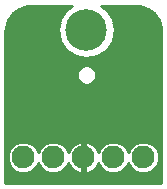
<source format=gbl>
G75*
%MOIN*%
%OFA0B0*%
%FSLAX25Y25*%
%IPPOS*%
%LPD*%
%AMOC8*
5,1,8,0,0,1.08239X$1,22.5*
%
%ADD10C,0.07600*%
%ADD11C,0.13843*%
%ADD12C,0.01000*%
D10*
X0009302Y0011500D03*
X0019302Y0011500D03*
X0029302Y0011500D03*
X0039302Y0011500D03*
X0049302Y0011500D03*
D11*
X0030302Y0054000D03*
D12*
X0003302Y0053500D02*
X0003302Y0003000D01*
X0055302Y0003000D01*
X0055302Y0053500D01*
X0055197Y0054830D01*
X0054376Y0057359D01*
X0052812Y0059510D01*
X0050661Y0061074D01*
X0048132Y0061895D01*
X0046802Y0062000D01*
X0034989Y0062000D01*
X0036975Y0060673D01*
X0039021Y0057611D01*
X0039739Y0054000D01*
X0039021Y0050389D01*
X0036975Y0047327D01*
X0033913Y0045281D01*
X0030302Y0044563D01*
X0026691Y0045281D01*
X0023629Y0047327D01*
X0021583Y0050389D01*
X0020865Y0054000D01*
X0021583Y0057611D01*
X0023629Y0060673D01*
X0025615Y0062000D01*
X0011802Y0062000D01*
X0010472Y0061895D01*
X0007943Y0061074D01*
X0005792Y0059510D01*
X0004228Y0057359D01*
X0003407Y0054830D01*
X0003302Y0053500D01*
X0003302Y0053423D02*
X0020980Y0053423D01*
X0020949Y0054421D02*
X0003374Y0054421D01*
X0003598Y0055420D02*
X0021147Y0055420D01*
X0021346Y0056418D02*
X0003923Y0056418D01*
X0004270Y0057417D02*
X0021545Y0057417D01*
X0022120Y0058415D02*
X0004996Y0058415D01*
X0005721Y0059414D02*
X0022788Y0059414D01*
X0023455Y0060412D02*
X0007033Y0060412D01*
X0008981Y0061411D02*
X0024733Y0061411D01*
X0021178Y0052424D02*
X0003302Y0052424D01*
X0003302Y0051426D02*
X0021377Y0051426D01*
X0021576Y0050427D02*
X0003302Y0050427D01*
X0003302Y0049429D02*
X0022225Y0049429D01*
X0022892Y0048430D02*
X0003302Y0048430D01*
X0003302Y0047432D02*
X0023559Y0047432D01*
X0024967Y0046433D02*
X0003302Y0046433D01*
X0003302Y0045434D02*
X0026461Y0045434D01*
X0028505Y0041690D02*
X0029671Y0042173D01*
X0030933Y0042173D01*
X0032099Y0041690D01*
X0032992Y0040797D01*
X0033475Y0039631D01*
X0033475Y0038369D01*
X0032992Y0037203D01*
X0032099Y0036310D01*
X0030933Y0035827D01*
X0029671Y0035827D01*
X0028505Y0036310D01*
X0027612Y0037203D01*
X0027129Y0038369D01*
X0027129Y0039631D01*
X0027612Y0040797D01*
X0028505Y0041690D01*
X0028255Y0041440D02*
X0003302Y0041440D01*
X0003302Y0042439D02*
X0055302Y0042439D01*
X0055302Y0041440D02*
X0032349Y0041440D01*
X0033139Y0040442D02*
X0055302Y0040442D01*
X0055302Y0039443D02*
X0033475Y0039443D01*
X0033475Y0038445D02*
X0055302Y0038445D01*
X0055302Y0037446D02*
X0033093Y0037446D01*
X0032237Y0036448D02*
X0055302Y0036448D01*
X0055302Y0035449D02*
X0003302Y0035449D01*
X0003302Y0034451D02*
X0055302Y0034451D01*
X0055302Y0033452D02*
X0003302Y0033452D01*
X0003302Y0032454D02*
X0055302Y0032454D01*
X0055302Y0031455D02*
X0003302Y0031455D01*
X0003302Y0030457D02*
X0055302Y0030457D01*
X0055302Y0029458D02*
X0003302Y0029458D01*
X0003302Y0028460D02*
X0055302Y0028460D01*
X0055302Y0027461D02*
X0003302Y0027461D01*
X0003302Y0026463D02*
X0055302Y0026463D01*
X0055302Y0025464D02*
X0003302Y0025464D01*
X0003302Y0024466D02*
X0055302Y0024466D01*
X0055302Y0023467D02*
X0003302Y0023467D01*
X0003302Y0022469D02*
X0055302Y0022469D01*
X0055302Y0021470D02*
X0003302Y0021470D01*
X0003302Y0020472D02*
X0055302Y0020472D01*
X0055302Y0019473D02*
X0003302Y0019473D01*
X0003302Y0018475D02*
X0055302Y0018475D01*
X0055302Y0017476D02*
X0003302Y0017476D01*
X0003302Y0016478D02*
X0007470Y0016478D01*
X0008248Y0016800D02*
X0006300Y0015993D01*
X0004809Y0014502D01*
X0004002Y0012554D01*
X0004002Y0010446D01*
X0004809Y0008498D01*
X0006300Y0007007D01*
X0008248Y0006200D01*
X0010356Y0006200D01*
X0012304Y0007007D01*
X0013795Y0008498D01*
X0014302Y0009722D01*
X0014809Y0008498D01*
X0016300Y0007007D01*
X0018248Y0006200D01*
X0020356Y0006200D01*
X0022304Y0007007D01*
X0023795Y0008498D01*
X0024305Y0009728D01*
X0024390Y0009466D01*
X0024769Y0008722D01*
X0025259Y0008047D01*
X0025849Y0007457D01*
X0026524Y0006967D01*
X0027267Y0006588D01*
X0028061Y0006330D01*
X0028818Y0006211D01*
X0028818Y0011016D01*
X0029786Y0011016D01*
X0029786Y0006211D01*
X0030543Y0006330D01*
X0031336Y0006588D01*
X0032080Y0006967D01*
X0032755Y0007457D01*
X0033345Y0008047D01*
X0033835Y0008722D01*
X0034214Y0009466D01*
X0034299Y0009728D01*
X0034809Y0008498D01*
X0036300Y0007007D01*
X0038248Y0006200D01*
X0040356Y0006200D01*
X0042304Y0007007D01*
X0043795Y0008498D01*
X0044302Y0009722D01*
X0044809Y0008498D01*
X0046300Y0007007D01*
X0048248Y0006200D01*
X0050356Y0006200D01*
X0052304Y0007007D01*
X0053795Y0008498D01*
X0054602Y0010446D01*
X0054602Y0012554D01*
X0053795Y0014502D01*
X0052304Y0015993D01*
X0050356Y0016800D01*
X0048248Y0016800D01*
X0046300Y0015993D01*
X0044809Y0014502D01*
X0044302Y0013278D01*
X0043795Y0014502D01*
X0042304Y0015993D01*
X0040356Y0016800D01*
X0038248Y0016800D01*
X0036300Y0015993D01*
X0034809Y0014502D01*
X0034299Y0013272D01*
X0034214Y0013534D01*
X0033835Y0014278D01*
X0033345Y0014953D01*
X0032755Y0015543D01*
X0032080Y0016033D01*
X0031336Y0016412D01*
X0030543Y0016669D01*
X0029786Y0016789D01*
X0029786Y0011984D01*
X0028818Y0011984D01*
X0028818Y0016789D01*
X0028061Y0016669D01*
X0027267Y0016412D01*
X0026524Y0016033D01*
X0025849Y0015543D01*
X0025259Y0014953D01*
X0024769Y0014278D01*
X0024390Y0013534D01*
X0024305Y0013272D01*
X0023795Y0014502D01*
X0022304Y0015993D01*
X0020356Y0016800D01*
X0018248Y0016800D01*
X0016300Y0015993D01*
X0014809Y0014502D01*
X0014302Y0013278D01*
X0013795Y0014502D01*
X0012304Y0015993D01*
X0010356Y0016800D01*
X0008248Y0016800D01*
X0005786Y0015479D02*
X0003302Y0015479D01*
X0003302Y0014481D02*
X0004800Y0014481D01*
X0004386Y0013482D02*
X0003302Y0013482D01*
X0003302Y0012484D02*
X0004002Y0012484D01*
X0004002Y0011485D02*
X0003302Y0011485D01*
X0003302Y0010487D02*
X0004002Y0010487D01*
X0004399Y0009488D02*
X0003302Y0009488D01*
X0003302Y0008490D02*
X0004817Y0008490D01*
X0005816Y0007491D02*
X0003302Y0007491D01*
X0003302Y0006493D02*
X0007541Y0006493D01*
X0011063Y0006493D02*
X0017541Y0006493D01*
X0015816Y0007491D02*
X0012788Y0007491D01*
X0013787Y0008490D02*
X0014817Y0008490D01*
X0014399Y0009488D02*
X0014205Y0009488D01*
X0014218Y0013482D02*
X0014386Y0013482D01*
X0014800Y0014481D02*
X0013804Y0014481D01*
X0012818Y0015479D02*
X0015786Y0015479D01*
X0017470Y0016478D02*
X0011134Y0016478D01*
X0003302Y0005494D02*
X0055302Y0005494D01*
X0055302Y0006493D02*
X0051063Y0006493D01*
X0052788Y0007491D02*
X0055302Y0007491D01*
X0055302Y0008490D02*
X0053787Y0008490D01*
X0054205Y0009488D02*
X0055302Y0009488D01*
X0055302Y0010487D02*
X0054602Y0010487D01*
X0054602Y0011485D02*
X0055302Y0011485D01*
X0055302Y0012484D02*
X0054602Y0012484D01*
X0054218Y0013482D02*
X0055302Y0013482D01*
X0055302Y0014481D02*
X0053804Y0014481D01*
X0052818Y0015479D02*
X0055302Y0015479D01*
X0055302Y0016478D02*
X0051134Y0016478D01*
X0047470Y0016478D02*
X0041134Y0016478D01*
X0042818Y0015479D02*
X0045786Y0015479D01*
X0044800Y0014481D02*
X0043804Y0014481D01*
X0044218Y0013482D02*
X0044386Y0013482D01*
X0044399Y0009488D02*
X0044205Y0009488D01*
X0043787Y0008490D02*
X0044817Y0008490D01*
X0045816Y0007491D02*
X0042788Y0007491D01*
X0041063Y0006493D02*
X0047541Y0006493D01*
X0055302Y0004496D02*
X0003302Y0004496D01*
X0003302Y0003497D02*
X0055302Y0003497D01*
X0037541Y0006493D02*
X0031042Y0006493D01*
X0029786Y0006493D02*
X0028818Y0006493D01*
X0028818Y0007491D02*
X0029786Y0007491D01*
X0029786Y0008490D02*
X0028818Y0008490D01*
X0028818Y0009488D02*
X0029786Y0009488D01*
X0029786Y0010487D02*
X0028818Y0010487D01*
X0028818Y0012484D02*
X0029786Y0012484D01*
X0029786Y0013482D02*
X0028818Y0013482D01*
X0028818Y0014481D02*
X0029786Y0014481D01*
X0029786Y0015479D02*
X0028818Y0015479D01*
X0028818Y0016478D02*
X0029786Y0016478D01*
X0031133Y0016478D02*
X0037470Y0016478D01*
X0035786Y0015479D02*
X0032818Y0015479D01*
X0033688Y0014481D02*
X0034800Y0014481D01*
X0034386Y0013482D02*
X0034231Y0013482D01*
X0034221Y0009488D02*
X0034399Y0009488D01*
X0034817Y0008490D02*
X0033666Y0008490D01*
X0032788Y0007491D02*
X0035816Y0007491D01*
X0027562Y0006493D02*
X0021063Y0006493D01*
X0022788Y0007491D02*
X0025816Y0007491D01*
X0024938Y0008490D02*
X0023787Y0008490D01*
X0024205Y0009488D02*
X0024383Y0009488D01*
X0024373Y0013482D02*
X0024218Y0013482D01*
X0023804Y0014481D02*
X0024916Y0014481D01*
X0025786Y0015479D02*
X0022818Y0015479D01*
X0021134Y0016478D02*
X0027471Y0016478D01*
X0028366Y0036448D02*
X0003302Y0036448D01*
X0003302Y0037446D02*
X0027511Y0037446D01*
X0027129Y0038445D02*
X0003302Y0038445D01*
X0003302Y0039443D02*
X0027129Y0039443D01*
X0027465Y0040442D02*
X0003302Y0040442D01*
X0003302Y0043437D02*
X0055302Y0043437D01*
X0055302Y0044436D02*
X0003302Y0044436D01*
X0034143Y0045434D02*
X0055302Y0045434D01*
X0055302Y0046433D02*
X0035637Y0046433D01*
X0037045Y0047432D02*
X0055302Y0047432D01*
X0055302Y0048430D02*
X0037712Y0048430D01*
X0038379Y0049429D02*
X0055302Y0049429D01*
X0055302Y0050427D02*
X0039028Y0050427D01*
X0039227Y0051426D02*
X0055302Y0051426D01*
X0055302Y0052424D02*
X0039426Y0052424D01*
X0039624Y0053423D02*
X0055302Y0053423D01*
X0055229Y0054421D02*
X0039655Y0054421D01*
X0039457Y0055420D02*
X0055006Y0055420D01*
X0054681Y0056418D02*
X0039258Y0056418D01*
X0039059Y0057417D02*
X0054334Y0057417D01*
X0053608Y0058415D02*
X0038484Y0058415D01*
X0037816Y0059414D02*
X0052883Y0059414D01*
X0051571Y0060412D02*
X0037149Y0060412D01*
X0035871Y0061411D02*
X0049623Y0061411D01*
M02*

</source>
